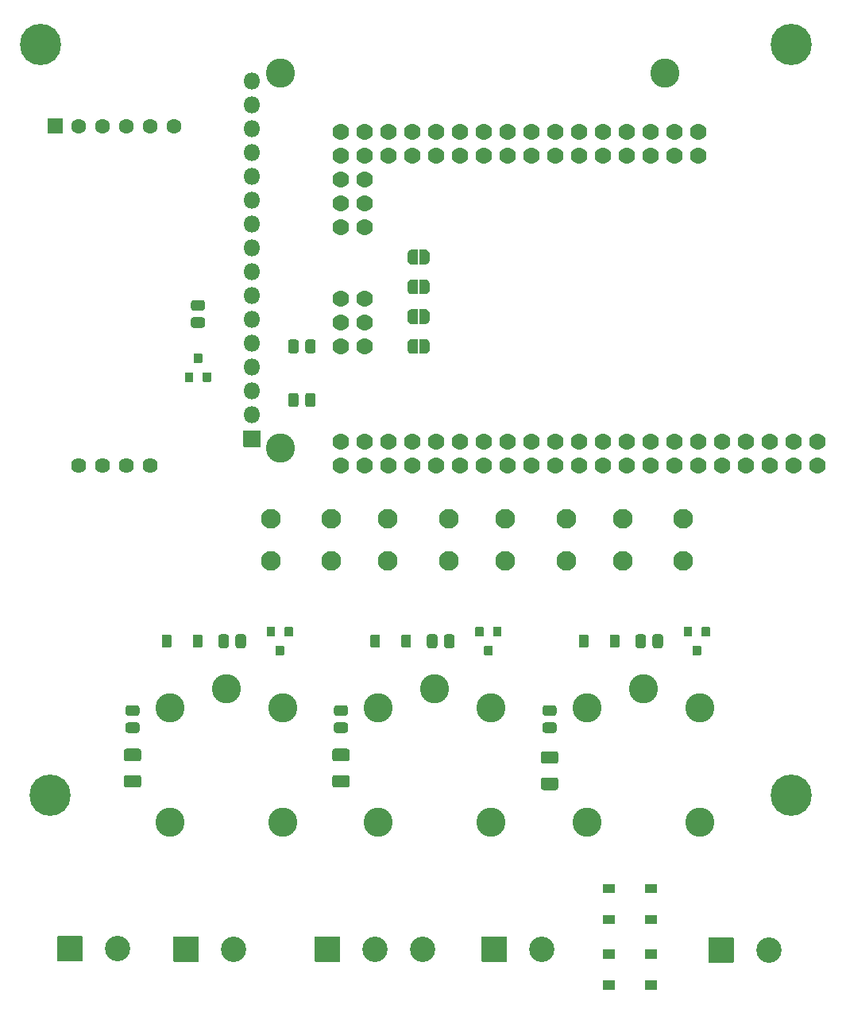
<source format=gbr>
%TF.GenerationSoftware,KiCad,Pcbnew,5.1.10*%
%TF.CreationDate,2022-03-18T21:46:21+01:00*%
%TF.ProjectId,ChickenDoor_V1,43686963-6b65-46e4-946f-6f725f56312e,V1*%
%TF.SameCoordinates,Original*%
%TF.FileFunction,Soldermask,Top*%
%TF.FilePolarity,Negative*%
%FSLAX46Y46*%
G04 Gerber Fmt 4.6, Leading zero omitted, Abs format (unit mm)*
G04 Created by KiCad (PCBNEW 5.1.10) date 2022-03-18 21:46:21*
%MOMM*%
%LPD*%
G01*
G04 APERTURE LIST*
%ADD10C,0.100000*%
%ADD11C,3.100000*%
%ADD12O,1.800000X1.800000*%
%ADD13C,2.700000*%
%ADD14C,1.776400*%
%ADD15C,1.624000*%
%ADD16C,1.608000*%
%ADD17C,4.400000*%
%ADD18C,2.100000*%
G04 APERTURE END LIST*
D10*
%TO.C,JP4*%
G36*
X95390245Y-97954039D02*
G01*
X95380866Y-97951194D01*
X95372221Y-97946573D01*
X95364645Y-97940355D01*
X95358427Y-97932779D01*
X95353806Y-97924134D01*
X95350961Y-97914755D01*
X95350000Y-97905000D01*
X95350000Y-96405000D01*
X95350961Y-96395245D01*
X95353806Y-96385866D01*
X95358427Y-96377221D01*
X95364645Y-96369645D01*
X95372221Y-96363427D01*
X95380866Y-96358806D01*
X95390245Y-96355961D01*
X95400000Y-96355000D01*
X95900000Y-96355000D01*
X95906111Y-96355602D01*
X95924534Y-96355602D01*
X95929435Y-96355843D01*
X95978266Y-96360653D01*
X95983119Y-96361373D01*
X96031244Y-96370945D01*
X96036005Y-96372137D01*
X96082960Y-96386381D01*
X96087579Y-96388034D01*
X96132912Y-96406811D01*
X96137349Y-96408909D01*
X96180622Y-96432040D01*
X96184829Y-96434562D01*
X96225628Y-96461822D01*
X96229570Y-96464746D01*
X96267499Y-96495874D01*
X96271134Y-96499169D01*
X96305831Y-96533866D01*
X96309126Y-96537501D01*
X96340254Y-96575430D01*
X96343178Y-96579372D01*
X96370438Y-96620171D01*
X96372960Y-96624378D01*
X96396091Y-96667651D01*
X96398189Y-96672088D01*
X96416966Y-96717421D01*
X96418619Y-96722040D01*
X96432863Y-96768995D01*
X96434055Y-96773756D01*
X96443627Y-96821881D01*
X96444347Y-96826734D01*
X96449157Y-96875565D01*
X96449398Y-96880466D01*
X96449398Y-96898889D01*
X96450000Y-96905000D01*
X96450000Y-97405000D01*
X96449398Y-97411111D01*
X96449398Y-97429534D01*
X96449157Y-97434435D01*
X96444347Y-97483266D01*
X96443627Y-97488119D01*
X96434055Y-97536244D01*
X96432863Y-97541005D01*
X96418619Y-97587960D01*
X96416966Y-97592579D01*
X96398189Y-97637912D01*
X96396091Y-97642349D01*
X96372960Y-97685622D01*
X96370438Y-97689829D01*
X96343178Y-97730628D01*
X96340254Y-97734570D01*
X96309126Y-97772499D01*
X96305831Y-97776134D01*
X96271134Y-97810831D01*
X96267499Y-97814126D01*
X96229570Y-97845254D01*
X96225628Y-97848178D01*
X96184829Y-97875438D01*
X96180622Y-97877960D01*
X96137349Y-97901091D01*
X96132912Y-97903189D01*
X96087579Y-97921966D01*
X96082960Y-97923619D01*
X96036005Y-97937863D01*
X96031244Y-97939055D01*
X95983119Y-97948627D01*
X95978266Y-97949347D01*
X95929435Y-97954157D01*
X95924534Y-97954398D01*
X95906111Y-97954398D01*
X95900000Y-97955000D01*
X95400000Y-97955000D01*
X95390245Y-97954039D01*
G37*
G36*
X94593889Y-97954398D02*
G01*
X94575466Y-97954398D01*
X94570565Y-97954157D01*
X94521734Y-97949347D01*
X94516881Y-97948627D01*
X94468756Y-97939055D01*
X94463995Y-97937863D01*
X94417040Y-97923619D01*
X94412421Y-97921966D01*
X94367088Y-97903189D01*
X94362651Y-97901091D01*
X94319378Y-97877960D01*
X94315171Y-97875438D01*
X94274372Y-97848178D01*
X94270430Y-97845254D01*
X94232501Y-97814126D01*
X94228866Y-97810831D01*
X94194169Y-97776134D01*
X94190874Y-97772499D01*
X94159746Y-97734570D01*
X94156822Y-97730628D01*
X94129562Y-97689829D01*
X94127040Y-97685622D01*
X94103909Y-97642349D01*
X94101811Y-97637912D01*
X94083034Y-97592579D01*
X94081381Y-97587960D01*
X94067137Y-97541005D01*
X94065945Y-97536244D01*
X94056373Y-97488119D01*
X94055653Y-97483266D01*
X94050843Y-97434435D01*
X94050602Y-97429534D01*
X94050602Y-97411111D01*
X94050000Y-97405000D01*
X94050000Y-96905000D01*
X94050602Y-96898889D01*
X94050602Y-96880466D01*
X94050843Y-96875565D01*
X94055653Y-96826734D01*
X94056373Y-96821881D01*
X94065945Y-96773756D01*
X94067137Y-96768995D01*
X94081381Y-96722040D01*
X94083034Y-96717421D01*
X94101811Y-96672088D01*
X94103909Y-96667651D01*
X94127040Y-96624378D01*
X94129562Y-96620171D01*
X94156822Y-96579372D01*
X94159746Y-96575430D01*
X94190874Y-96537501D01*
X94194169Y-96533866D01*
X94228866Y-96499169D01*
X94232501Y-96495874D01*
X94270430Y-96464746D01*
X94274372Y-96461822D01*
X94315171Y-96434562D01*
X94319378Y-96432040D01*
X94362651Y-96408909D01*
X94367088Y-96406811D01*
X94412421Y-96388034D01*
X94417040Y-96386381D01*
X94463995Y-96372137D01*
X94468756Y-96370945D01*
X94516881Y-96361373D01*
X94521734Y-96360653D01*
X94570565Y-96355843D01*
X94575466Y-96355602D01*
X94593889Y-96355602D01*
X94600000Y-96355000D01*
X95100000Y-96355000D01*
X95109755Y-96355961D01*
X95119134Y-96358806D01*
X95127779Y-96363427D01*
X95135355Y-96369645D01*
X95141573Y-96377221D01*
X95146194Y-96385866D01*
X95149039Y-96395245D01*
X95150000Y-96405000D01*
X95150000Y-97905000D01*
X95149039Y-97914755D01*
X95146194Y-97924134D01*
X95141573Y-97932779D01*
X95135355Y-97940355D01*
X95127779Y-97946573D01*
X95119134Y-97951194D01*
X95109755Y-97954039D01*
X95100000Y-97955000D01*
X94600000Y-97955000D01*
X94593889Y-97954398D01*
G37*
%TD*%
%TO.C,JP3*%
G36*
X95109755Y-93180961D02*
G01*
X95119134Y-93183806D01*
X95127779Y-93188427D01*
X95135355Y-93194645D01*
X95141573Y-93202221D01*
X95146194Y-93210866D01*
X95149039Y-93220245D01*
X95150000Y-93230000D01*
X95150000Y-94730000D01*
X95149039Y-94739755D01*
X95146194Y-94749134D01*
X95141573Y-94757779D01*
X95135355Y-94765355D01*
X95127779Y-94771573D01*
X95119134Y-94776194D01*
X95109755Y-94779039D01*
X95100000Y-94780000D01*
X94600000Y-94780000D01*
X94593889Y-94779398D01*
X94575466Y-94779398D01*
X94570565Y-94779157D01*
X94521734Y-94774347D01*
X94516881Y-94773627D01*
X94468756Y-94764055D01*
X94463995Y-94762863D01*
X94417040Y-94748619D01*
X94412421Y-94746966D01*
X94367088Y-94728189D01*
X94362651Y-94726091D01*
X94319378Y-94702960D01*
X94315171Y-94700438D01*
X94274372Y-94673178D01*
X94270430Y-94670254D01*
X94232501Y-94639126D01*
X94228866Y-94635831D01*
X94194169Y-94601134D01*
X94190874Y-94597499D01*
X94159746Y-94559570D01*
X94156822Y-94555628D01*
X94129562Y-94514829D01*
X94127040Y-94510622D01*
X94103909Y-94467349D01*
X94101811Y-94462912D01*
X94083034Y-94417579D01*
X94081381Y-94412960D01*
X94067137Y-94366005D01*
X94065945Y-94361244D01*
X94056373Y-94313119D01*
X94055653Y-94308266D01*
X94050843Y-94259435D01*
X94050602Y-94254534D01*
X94050602Y-94236111D01*
X94050000Y-94230000D01*
X94050000Y-93730000D01*
X94050602Y-93723889D01*
X94050602Y-93705466D01*
X94050843Y-93700565D01*
X94055653Y-93651734D01*
X94056373Y-93646881D01*
X94065945Y-93598756D01*
X94067137Y-93593995D01*
X94081381Y-93547040D01*
X94083034Y-93542421D01*
X94101811Y-93497088D01*
X94103909Y-93492651D01*
X94127040Y-93449378D01*
X94129562Y-93445171D01*
X94156822Y-93404372D01*
X94159746Y-93400430D01*
X94190874Y-93362501D01*
X94194169Y-93358866D01*
X94228866Y-93324169D01*
X94232501Y-93320874D01*
X94270430Y-93289746D01*
X94274372Y-93286822D01*
X94315171Y-93259562D01*
X94319378Y-93257040D01*
X94362651Y-93233909D01*
X94367088Y-93231811D01*
X94412421Y-93213034D01*
X94417040Y-93211381D01*
X94463995Y-93197137D01*
X94468756Y-93195945D01*
X94516881Y-93186373D01*
X94521734Y-93185653D01*
X94570565Y-93180843D01*
X94575466Y-93180602D01*
X94593889Y-93180602D01*
X94600000Y-93180000D01*
X95100000Y-93180000D01*
X95109755Y-93180961D01*
G37*
G36*
X95906111Y-93180602D02*
G01*
X95924534Y-93180602D01*
X95929435Y-93180843D01*
X95978266Y-93185653D01*
X95983119Y-93186373D01*
X96031244Y-93195945D01*
X96036005Y-93197137D01*
X96082960Y-93211381D01*
X96087579Y-93213034D01*
X96132912Y-93231811D01*
X96137349Y-93233909D01*
X96180622Y-93257040D01*
X96184829Y-93259562D01*
X96225628Y-93286822D01*
X96229570Y-93289746D01*
X96267499Y-93320874D01*
X96271134Y-93324169D01*
X96305831Y-93358866D01*
X96309126Y-93362501D01*
X96340254Y-93400430D01*
X96343178Y-93404372D01*
X96370438Y-93445171D01*
X96372960Y-93449378D01*
X96396091Y-93492651D01*
X96398189Y-93497088D01*
X96416966Y-93542421D01*
X96418619Y-93547040D01*
X96432863Y-93593995D01*
X96434055Y-93598756D01*
X96443627Y-93646881D01*
X96444347Y-93651734D01*
X96449157Y-93700565D01*
X96449398Y-93705466D01*
X96449398Y-93723889D01*
X96450000Y-93730000D01*
X96450000Y-94230000D01*
X96449398Y-94236111D01*
X96449398Y-94254534D01*
X96449157Y-94259435D01*
X96444347Y-94308266D01*
X96443627Y-94313119D01*
X96434055Y-94361244D01*
X96432863Y-94366005D01*
X96418619Y-94412960D01*
X96416966Y-94417579D01*
X96398189Y-94462912D01*
X96396091Y-94467349D01*
X96372960Y-94510622D01*
X96370438Y-94514829D01*
X96343178Y-94555628D01*
X96340254Y-94559570D01*
X96309126Y-94597499D01*
X96305831Y-94601134D01*
X96271134Y-94635831D01*
X96267499Y-94639126D01*
X96229570Y-94670254D01*
X96225628Y-94673178D01*
X96184829Y-94700438D01*
X96180622Y-94702960D01*
X96137349Y-94726091D01*
X96132912Y-94728189D01*
X96087579Y-94746966D01*
X96082960Y-94748619D01*
X96036005Y-94762863D01*
X96031244Y-94764055D01*
X95983119Y-94773627D01*
X95978266Y-94774347D01*
X95929435Y-94779157D01*
X95924534Y-94779398D01*
X95906111Y-94779398D01*
X95900000Y-94780000D01*
X95400000Y-94780000D01*
X95390245Y-94779039D01*
X95380866Y-94776194D01*
X95372221Y-94771573D01*
X95364645Y-94765355D01*
X95358427Y-94757779D01*
X95353806Y-94749134D01*
X95350961Y-94739755D01*
X95350000Y-94730000D01*
X95350000Y-93230000D01*
X95350961Y-93220245D01*
X95353806Y-93210866D01*
X95358427Y-93202221D01*
X95364645Y-93194645D01*
X95372221Y-93188427D01*
X95380866Y-93183806D01*
X95390245Y-93180961D01*
X95400000Y-93180000D01*
X95900000Y-93180000D01*
X95906111Y-93180602D01*
G37*
%TD*%
%TO.C,JP2*%
G36*
X95124755Y-90005961D02*
G01*
X95134134Y-90008806D01*
X95142779Y-90013427D01*
X95150355Y-90019645D01*
X95156573Y-90027221D01*
X95161194Y-90035866D01*
X95164039Y-90045245D01*
X95165000Y-90055000D01*
X95165000Y-91555000D01*
X95164039Y-91564755D01*
X95161194Y-91574134D01*
X95156573Y-91582779D01*
X95150355Y-91590355D01*
X95142779Y-91596573D01*
X95134134Y-91601194D01*
X95124755Y-91604039D01*
X95115000Y-91605000D01*
X94615000Y-91605000D01*
X94608889Y-91604398D01*
X94590466Y-91604398D01*
X94585565Y-91604157D01*
X94536734Y-91599347D01*
X94531881Y-91598627D01*
X94483756Y-91589055D01*
X94478995Y-91587863D01*
X94432040Y-91573619D01*
X94427421Y-91571966D01*
X94382088Y-91553189D01*
X94377651Y-91551091D01*
X94334378Y-91527960D01*
X94330171Y-91525438D01*
X94289372Y-91498178D01*
X94285430Y-91495254D01*
X94247501Y-91464126D01*
X94243866Y-91460831D01*
X94209169Y-91426134D01*
X94205874Y-91422499D01*
X94174746Y-91384570D01*
X94171822Y-91380628D01*
X94144562Y-91339829D01*
X94142040Y-91335622D01*
X94118909Y-91292349D01*
X94116811Y-91287912D01*
X94098034Y-91242579D01*
X94096381Y-91237960D01*
X94082137Y-91191005D01*
X94080945Y-91186244D01*
X94071373Y-91138119D01*
X94070653Y-91133266D01*
X94065843Y-91084435D01*
X94065602Y-91079534D01*
X94065602Y-91061111D01*
X94065000Y-91055000D01*
X94065000Y-90555000D01*
X94065602Y-90548889D01*
X94065602Y-90530466D01*
X94065843Y-90525565D01*
X94070653Y-90476734D01*
X94071373Y-90471881D01*
X94080945Y-90423756D01*
X94082137Y-90418995D01*
X94096381Y-90372040D01*
X94098034Y-90367421D01*
X94116811Y-90322088D01*
X94118909Y-90317651D01*
X94142040Y-90274378D01*
X94144562Y-90270171D01*
X94171822Y-90229372D01*
X94174746Y-90225430D01*
X94205874Y-90187501D01*
X94209169Y-90183866D01*
X94243866Y-90149169D01*
X94247501Y-90145874D01*
X94285430Y-90114746D01*
X94289372Y-90111822D01*
X94330171Y-90084562D01*
X94334378Y-90082040D01*
X94377651Y-90058909D01*
X94382088Y-90056811D01*
X94427421Y-90038034D01*
X94432040Y-90036381D01*
X94478995Y-90022137D01*
X94483756Y-90020945D01*
X94531881Y-90011373D01*
X94536734Y-90010653D01*
X94585565Y-90005843D01*
X94590466Y-90005602D01*
X94608889Y-90005602D01*
X94615000Y-90005000D01*
X95115000Y-90005000D01*
X95124755Y-90005961D01*
G37*
G36*
X95921111Y-90005602D02*
G01*
X95939534Y-90005602D01*
X95944435Y-90005843D01*
X95993266Y-90010653D01*
X95998119Y-90011373D01*
X96046244Y-90020945D01*
X96051005Y-90022137D01*
X96097960Y-90036381D01*
X96102579Y-90038034D01*
X96147912Y-90056811D01*
X96152349Y-90058909D01*
X96195622Y-90082040D01*
X96199829Y-90084562D01*
X96240628Y-90111822D01*
X96244570Y-90114746D01*
X96282499Y-90145874D01*
X96286134Y-90149169D01*
X96320831Y-90183866D01*
X96324126Y-90187501D01*
X96355254Y-90225430D01*
X96358178Y-90229372D01*
X96385438Y-90270171D01*
X96387960Y-90274378D01*
X96411091Y-90317651D01*
X96413189Y-90322088D01*
X96431966Y-90367421D01*
X96433619Y-90372040D01*
X96447863Y-90418995D01*
X96449055Y-90423756D01*
X96458627Y-90471881D01*
X96459347Y-90476734D01*
X96464157Y-90525565D01*
X96464398Y-90530466D01*
X96464398Y-90548889D01*
X96465000Y-90555000D01*
X96465000Y-91055000D01*
X96464398Y-91061111D01*
X96464398Y-91079534D01*
X96464157Y-91084435D01*
X96459347Y-91133266D01*
X96458627Y-91138119D01*
X96449055Y-91186244D01*
X96447863Y-91191005D01*
X96433619Y-91237960D01*
X96431966Y-91242579D01*
X96413189Y-91287912D01*
X96411091Y-91292349D01*
X96387960Y-91335622D01*
X96385438Y-91339829D01*
X96358178Y-91380628D01*
X96355254Y-91384570D01*
X96324126Y-91422499D01*
X96320831Y-91426134D01*
X96286134Y-91460831D01*
X96282499Y-91464126D01*
X96244570Y-91495254D01*
X96240628Y-91498178D01*
X96199829Y-91525438D01*
X96195622Y-91527960D01*
X96152349Y-91551091D01*
X96147912Y-91553189D01*
X96102579Y-91571966D01*
X96097960Y-91573619D01*
X96051005Y-91587863D01*
X96046244Y-91589055D01*
X95998119Y-91598627D01*
X95993266Y-91599347D01*
X95944435Y-91604157D01*
X95939534Y-91604398D01*
X95921111Y-91604398D01*
X95915000Y-91605000D01*
X95415000Y-91605000D01*
X95405245Y-91604039D01*
X95395866Y-91601194D01*
X95387221Y-91596573D01*
X95379645Y-91590355D01*
X95373427Y-91582779D01*
X95368806Y-91574134D01*
X95365961Y-91564755D01*
X95365000Y-91555000D01*
X95365000Y-90055000D01*
X95365961Y-90045245D01*
X95368806Y-90035866D01*
X95373427Y-90027221D01*
X95379645Y-90019645D01*
X95387221Y-90013427D01*
X95395866Y-90008806D01*
X95405245Y-90005961D01*
X95415000Y-90005000D01*
X95915000Y-90005000D01*
X95921111Y-90005602D01*
G37*
%TD*%
%TO.C,JP1*%
G36*
X95124755Y-86830961D02*
G01*
X95134134Y-86833806D01*
X95142779Y-86838427D01*
X95150355Y-86844645D01*
X95156573Y-86852221D01*
X95161194Y-86860866D01*
X95164039Y-86870245D01*
X95165000Y-86880000D01*
X95165000Y-88380000D01*
X95164039Y-88389755D01*
X95161194Y-88399134D01*
X95156573Y-88407779D01*
X95150355Y-88415355D01*
X95142779Y-88421573D01*
X95134134Y-88426194D01*
X95124755Y-88429039D01*
X95115000Y-88430000D01*
X94615000Y-88430000D01*
X94608889Y-88429398D01*
X94590466Y-88429398D01*
X94585565Y-88429157D01*
X94536734Y-88424347D01*
X94531881Y-88423627D01*
X94483756Y-88414055D01*
X94478995Y-88412863D01*
X94432040Y-88398619D01*
X94427421Y-88396966D01*
X94382088Y-88378189D01*
X94377651Y-88376091D01*
X94334378Y-88352960D01*
X94330171Y-88350438D01*
X94289372Y-88323178D01*
X94285430Y-88320254D01*
X94247501Y-88289126D01*
X94243866Y-88285831D01*
X94209169Y-88251134D01*
X94205874Y-88247499D01*
X94174746Y-88209570D01*
X94171822Y-88205628D01*
X94144562Y-88164829D01*
X94142040Y-88160622D01*
X94118909Y-88117349D01*
X94116811Y-88112912D01*
X94098034Y-88067579D01*
X94096381Y-88062960D01*
X94082137Y-88016005D01*
X94080945Y-88011244D01*
X94071373Y-87963119D01*
X94070653Y-87958266D01*
X94065843Y-87909435D01*
X94065602Y-87904534D01*
X94065602Y-87886111D01*
X94065000Y-87880000D01*
X94065000Y-87380000D01*
X94065602Y-87373889D01*
X94065602Y-87355466D01*
X94065843Y-87350565D01*
X94070653Y-87301734D01*
X94071373Y-87296881D01*
X94080945Y-87248756D01*
X94082137Y-87243995D01*
X94096381Y-87197040D01*
X94098034Y-87192421D01*
X94116811Y-87147088D01*
X94118909Y-87142651D01*
X94142040Y-87099378D01*
X94144562Y-87095171D01*
X94171822Y-87054372D01*
X94174746Y-87050430D01*
X94205874Y-87012501D01*
X94209169Y-87008866D01*
X94243866Y-86974169D01*
X94247501Y-86970874D01*
X94285430Y-86939746D01*
X94289372Y-86936822D01*
X94330171Y-86909562D01*
X94334378Y-86907040D01*
X94377651Y-86883909D01*
X94382088Y-86881811D01*
X94427421Y-86863034D01*
X94432040Y-86861381D01*
X94478995Y-86847137D01*
X94483756Y-86845945D01*
X94531881Y-86836373D01*
X94536734Y-86835653D01*
X94585565Y-86830843D01*
X94590466Y-86830602D01*
X94608889Y-86830602D01*
X94615000Y-86830000D01*
X95115000Y-86830000D01*
X95124755Y-86830961D01*
G37*
G36*
X95921111Y-86830602D02*
G01*
X95939534Y-86830602D01*
X95944435Y-86830843D01*
X95993266Y-86835653D01*
X95998119Y-86836373D01*
X96046244Y-86845945D01*
X96051005Y-86847137D01*
X96097960Y-86861381D01*
X96102579Y-86863034D01*
X96147912Y-86881811D01*
X96152349Y-86883909D01*
X96195622Y-86907040D01*
X96199829Y-86909562D01*
X96240628Y-86936822D01*
X96244570Y-86939746D01*
X96282499Y-86970874D01*
X96286134Y-86974169D01*
X96320831Y-87008866D01*
X96324126Y-87012501D01*
X96355254Y-87050430D01*
X96358178Y-87054372D01*
X96385438Y-87095171D01*
X96387960Y-87099378D01*
X96411091Y-87142651D01*
X96413189Y-87147088D01*
X96431966Y-87192421D01*
X96433619Y-87197040D01*
X96447863Y-87243995D01*
X96449055Y-87248756D01*
X96458627Y-87296881D01*
X96459347Y-87301734D01*
X96464157Y-87350565D01*
X96464398Y-87355466D01*
X96464398Y-87373889D01*
X96465000Y-87380000D01*
X96465000Y-87880000D01*
X96464398Y-87886111D01*
X96464398Y-87904534D01*
X96464157Y-87909435D01*
X96459347Y-87958266D01*
X96458627Y-87963119D01*
X96449055Y-88011244D01*
X96447863Y-88016005D01*
X96433619Y-88062960D01*
X96431966Y-88067579D01*
X96413189Y-88112912D01*
X96411091Y-88117349D01*
X96387960Y-88160622D01*
X96385438Y-88164829D01*
X96358178Y-88205628D01*
X96355254Y-88209570D01*
X96324126Y-88247499D01*
X96320831Y-88251134D01*
X96286134Y-88285831D01*
X96282499Y-88289126D01*
X96244570Y-88320254D01*
X96240628Y-88323178D01*
X96199829Y-88350438D01*
X96195622Y-88352960D01*
X96152349Y-88376091D01*
X96147912Y-88378189D01*
X96102579Y-88396966D01*
X96097960Y-88398619D01*
X96051005Y-88412863D01*
X96046244Y-88414055D01*
X95998119Y-88423627D01*
X95993266Y-88424347D01*
X95944435Y-88429157D01*
X95939534Y-88429398D01*
X95921111Y-88429398D01*
X95915000Y-88430000D01*
X95415000Y-88430000D01*
X95405245Y-88429039D01*
X95395866Y-88426194D01*
X95387221Y-88421573D01*
X95379645Y-88415355D01*
X95373427Y-88407779D01*
X95368806Y-88399134D01*
X95365961Y-88389755D01*
X95365000Y-88380000D01*
X95365000Y-86880000D01*
X95365961Y-86870245D01*
X95368806Y-86860866D01*
X95373427Y-86852221D01*
X95379645Y-86844645D01*
X95387221Y-86838427D01*
X95395866Y-86833806D01*
X95405245Y-86830961D01*
X95415000Y-86830000D01*
X95915000Y-86830000D01*
X95921111Y-86830602D01*
G37*
%TD*%
D11*
%TO.C,J6*%
X121500000Y-68000000D03*
X80500000Y-68000000D03*
X80500000Y-108000000D03*
D12*
X77500000Y-68900000D03*
X77500000Y-71440000D03*
X77500000Y-73980000D03*
X77500000Y-76520000D03*
X77500000Y-79060000D03*
X77500000Y-81600000D03*
X77500000Y-84140000D03*
X77500000Y-86680000D03*
X77500000Y-89220000D03*
X77500000Y-91760000D03*
X77500000Y-94300000D03*
X77500000Y-96840000D03*
X77500000Y-99380000D03*
X77500000Y-101920000D03*
X77500000Y-104460000D03*
G36*
G01*
X78400000Y-106150000D02*
X78400000Y-107850000D01*
G75*
G02*
X78350000Y-107900000I-50000J0D01*
G01*
X76650000Y-107900000D01*
G75*
G02*
X76600000Y-107850000I0J50000D01*
G01*
X76600000Y-106150000D01*
G75*
G02*
X76650000Y-106100000I50000J0D01*
G01*
X78350000Y-106100000D01*
G75*
G02*
X78400000Y-106150000I0J-50000D01*
G01*
G37*
%TD*%
D13*
%TO.C,J7*%
X132580000Y-161500000D03*
G36*
G01*
X126150000Y-162800000D02*
X126150000Y-160200000D01*
G75*
G02*
X126200000Y-160150000I50000J0D01*
G01*
X128800000Y-160150000D01*
G75*
G02*
X128850000Y-160200000I0J-50000D01*
G01*
X128850000Y-162800000D01*
G75*
G02*
X128800000Y-162850000I-50000J0D01*
G01*
X126200000Y-162850000D01*
G75*
G02*
X126150000Y-162800000I0J50000D01*
G01*
G37*
%TD*%
%TO.C,J4*%
X75565000Y-161410000D03*
G36*
G01*
X69135000Y-162710000D02*
X69135000Y-160110000D01*
G75*
G02*
X69185000Y-160060000I50000J0D01*
G01*
X71785000Y-160060000D01*
G75*
G02*
X71835000Y-160110000I0J-50000D01*
G01*
X71835000Y-162710000D01*
G75*
G02*
X71785000Y-162760000I-50000J0D01*
G01*
X69185000Y-162760000D01*
G75*
G02*
X69135000Y-162710000I0J50000D01*
G01*
G37*
%TD*%
%TO.C,J3*%
X63180000Y-161360000D03*
G36*
G01*
X56750000Y-162660000D02*
X56750000Y-160060000D01*
G75*
G02*
X56800000Y-160010000I50000J0D01*
G01*
X59400000Y-160010000D01*
G75*
G02*
X59450000Y-160060000I0J-50000D01*
G01*
X59450000Y-162660000D01*
G75*
G02*
X59400000Y-162710000I-50000J0D01*
G01*
X56800000Y-162710000D01*
G75*
G02*
X56750000Y-162660000I0J50000D01*
G01*
G37*
%TD*%
%TO.C,J2*%
X108420000Y-161410000D03*
G36*
G01*
X101990000Y-162710000D02*
X101990000Y-160110000D01*
G75*
G02*
X102040000Y-160060000I50000J0D01*
G01*
X104640000Y-160060000D01*
G75*
G02*
X104690000Y-160110000I0J-50000D01*
G01*
X104690000Y-162710000D01*
G75*
G02*
X104640000Y-162760000I-50000J0D01*
G01*
X102040000Y-162760000D01*
G75*
G02*
X101990000Y-162710000I0J50000D01*
G01*
G37*
%TD*%
%TO.C,J1*%
X95720000Y-161410000D03*
X90640000Y-161410000D03*
G36*
G01*
X84210000Y-162710000D02*
X84210000Y-160110000D01*
G75*
G02*
X84260000Y-160060000I50000J0D01*
G01*
X86860000Y-160060000D01*
G75*
G02*
X86910000Y-160110000I0J-50000D01*
G01*
X86910000Y-162710000D01*
G75*
G02*
X86860000Y-162760000I-50000J0D01*
G01*
X84260000Y-162760000D01*
G75*
G02*
X84210000Y-162710000I0J50000D01*
G01*
G37*
%TD*%
D14*
%TO.C,U1*%
X86995000Y-94615000D03*
X86995000Y-92075000D03*
X89535000Y-92075000D03*
X89535000Y-94615000D03*
X86995000Y-97155000D03*
X89535000Y-97155000D03*
X89535000Y-84455000D03*
X86995000Y-84455000D03*
X86995000Y-81915000D03*
X89535000Y-81915000D03*
X89535000Y-79375000D03*
X86995000Y-79375000D03*
X86995000Y-76835000D03*
X86995000Y-74295000D03*
X89535000Y-76835000D03*
X89535000Y-74295000D03*
X92075000Y-76835000D03*
X92075000Y-74295000D03*
X94615000Y-76835000D03*
X94615000Y-74295000D03*
X97155000Y-76835000D03*
X97155000Y-74295000D03*
X99695000Y-76835000D03*
X99695000Y-74295000D03*
X102235000Y-76835000D03*
X102235000Y-74295000D03*
X104775000Y-76835000D03*
X104775000Y-74295000D03*
X107315000Y-76835000D03*
X107315000Y-74295000D03*
X109855000Y-76835000D03*
X109855000Y-74295000D03*
X112395000Y-76835000D03*
X112395000Y-74295000D03*
X114935000Y-76835000D03*
X114935000Y-74295000D03*
X117475000Y-76835000D03*
X117475000Y-74295000D03*
X120015000Y-74295000D03*
X120015000Y-76835000D03*
X122555000Y-76835000D03*
X122555000Y-74295000D03*
X125095000Y-74295000D03*
X125095000Y-76835000D03*
X97155000Y-107315000D03*
X94615000Y-107315000D03*
X92075000Y-107315000D03*
X89535000Y-107315000D03*
X86995000Y-107315000D03*
X86995000Y-109855000D03*
X89535000Y-109855000D03*
X92075000Y-109855000D03*
X94615000Y-109855000D03*
X97155000Y-109855000D03*
X99695000Y-107315000D03*
X102235000Y-107315000D03*
X104775000Y-107315000D03*
X107315000Y-107315000D03*
X109855000Y-107315000D03*
X112395000Y-107315000D03*
X114935000Y-107315000D03*
X117475000Y-107315000D03*
X120015000Y-107315000D03*
X122555000Y-107315000D03*
X99695000Y-109855000D03*
X102235000Y-109855000D03*
X104775000Y-109855000D03*
X107315000Y-109855000D03*
X109855000Y-109855000D03*
X112395000Y-109855000D03*
X114935000Y-109855000D03*
X117475000Y-109855000D03*
X120015000Y-109855000D03*
X122555000Y-109855000D03*
X125095000Y-109855000D03*
X125095000Y-107315000D03*
X127635000Y-107315000D03*
X127635000Y-109855000D03*
X130175000Y-109855000D03*
X130175000Y-107315000D03*
X132715000Y-107315000D03*
X132715000Y-109855000D03*
X135255000Y-109855000D03*
X135255000Y-107315000D03*
X137795000Y-109855000D03*
X137795000Y-107315000D03*
%TD*%
D15*
%TO.C,U2*%
X66675000Y-109855000D03*
X64135000Y-109855000D03*
X61595000Y-109855000D03*
X59055000Y-109855000D03*
D16*
X69215000Y-73660000D03*
X66675000Y-73660000D03*
X64135000Y-73660000D03*
X61595000Y-73660000D03*
X59055000Y-73660000D03*
G36*
G01*
X55761000Y-72856000D02*
X57269000Y-72856000D01*
G75*
G02*
X57319000Y-72906000I0J-50000D01*
G01*
X57319000Y-74414000D01*
G75*
G02*
X57269000Y-74464000I-50000J0D01*
G01*
X55761000Y-74464000D01*
G75*
G02*
X55711000Y-74414000I0J50000D01*
G01*
X55711000Y-72906000D01*
G75*
G02*
X55761000Y-72856000I50000J0D01*
G01*
G37*
%TD*%
%TO.C,R7*%
G36*
G01*
X83177500Y-103345612D02*
X83177500Y-102394388D01*
G75*
G02*
X83451888Y-102120000I274388J0D01*
G01*
X84028112Y-102120000D01*
G75*
G02*
X84302500Y-102394388I0J-274388D01*
G01*
X84302500Y-103345612D01*
G75*
G02*
X84028112Y-103620000I-274388J0D01*
G01*
X83451888Y-103620000D01*
G75*
G02*
X83177500Y-103345612I0J274388D01*
G01*
G37*
G36*
G01*
X81352500Y-103345612D02*
X81352500Y-102394388D01*
G75*
G02*
X81626888Y-102120000I274388J0D01*
G01*
X82203112Y-102120000D01*
G75*
G02*
X82477500Y-102394388I0J-274388D01*
G01*
X82477500Y-103345612D01*
G75*
G02*
X82203112Y-103620000I-274388J0D01*
G01*
X81626888Y-103620000D01*
G75*
G02*
X81352500Y-103345612I0J274388D01*
G01*
G37*
%TD*%
%TO.C,Q4*%
G36*
G01*
X72155000Y-98925000D02*
X71355000Y-98925000D01*
G75*
G02*
X71305000Y-98875000I0J50000D01*
G01*
X71305000Y-97975000D01*
G75*
G02*
X71355000Y-97925000I50000J0D01*
G01*
X72155000Y-97925000D01*
G75*
G02*
X72205000Y-97975000I0J-50000D01*
G01*
X72205000Y-98875000D01*
G75*
G02*
X72155000Y-98925000I-50000J0D01*
G01*
G37*
G36*
G01*
X73105000Y-100925000D02*
X72305000Y-100925000D01*
G75*
G02*
X72255000Y-100875000I0J50000D01*
G01*
X72255000Y-99975000D01*
G75*
G02*
X72305000Y-99925000I50000J0D01*
G01*
X73105000Y-99925000D01*
G75*
G02*
X73155000Y-99975000I0J-50000D01*
G01*
X73155000Y-100875000D01*
G75*
G02*
X73105000Y-100925000I-50000J0D01*
G01*
G37*
G36*
G01*
X71205000Y-100925000D02*
X70405000Y-100925000D01*
G75*
G02*
X70355000Y-100875000I0J50000D01*
G01*
X70355000Y-99975000D01*
G75*
G02*
X70405000Y-99925000I50000J0D01*
G01*
X71205000Y-99925000D01*
G75*
G02*
X71255000Y-99975000I0J-50000D01*
G01*
X71255000Y-100875000D01*
G75*
G02*
X71205000Y-100925000I-50000J0D01*
G01*
G37*
%TD*%
%TO.C,D4*%
G36*
G01*
X108565000Y-143095000D02*
X109875000Y-143095000D01*
G75*
G02*
X110145000Y-143365000I0J-270000D01*
G01*
X110145000Y-144175000D01*
G75*
G02*
X109875000Y-144445000I-270000J0D01*
G01*
X108565000Y-144445000D01*
G75*
G02*
X108295000Y-144175000I0J270000D01*
G01*
X108295000Y-143365000D01*
G75*
G02*
X108565000Y-143095000I270000J0D01*
G01*
G37*
G36*
G01*
X108565000Y-140295000D02*
X109875000Y-140295000D01*
G75*
G02*
X110145000Y-140565000I0J-270000D01*
G01*
X110145000Y-141375000D01*
G75*
G02*
X109875000Y-141645000I-270000J0D01*
G01*
X108565000Y-141645000D01*
G75*
G02*
X108295000Y-141375000I0J270000D01*
G01*
X108295000Y-140565000D01*
G75*
G02*
X108565000Y-140295000I270000J0D01*
G01*
G37*
%TD*%
%TO.C,D3*%
G36*
G01*
X86340000Y-142835000D02*
X87650000Y-142835000D01*
G75*
G02*
X87920000Y-143105000I0J-270000D01*
G01*
X87920000Y-143915000D01*
G75*
G02*
X87650000Y-144185000I-270000J0D01*
G01*
X86340000Y-144185000D01*
G75*
G02*
X86070000Y-143915000I0J270000D01*
G01*
X86070000Y-143105000D01*
G75*
G02*
X86340000Y-142835000I270000J0D01*
G01*
G37*
G36*
G01*
X86340000Y-140035000D02*
X87650000Y-140035000D01*
G75*
G02*
X87920000Y-140305000I0J-270000D01*
G01*
X87920000Y-141115000D01*
G75*
G02*
X87650000Y-141385000I-270000J0D01*
G01*
X86340000Y-141385000D01*
G75*
G02*
X86070000Y-141115000I0J270000D01*
G01*
X86070000Y-140305000D01*
G75*
G02*
X86340000Y-140035000I270000J0D01*
G01*
G37*
%TD*%
%TO.C,D1*%
G36*
G01*
X64115000Y-142835000D02*
X65425000Y-142835000D01*
G75*
G02*
X65695000Y-143105000I0J-270000D01*
G01*
X65695000Y-143915000D01*
G75*
G02*
X65425000Y-144185000I-270000J0D01*
G01*
X64115000Y-144185000D01*
G75*
G02*
X63845000Y-143915000I0J270000D01*
G01*
X63845000Y-143105000D01*
G75*
G02*
X64115000Y-142835000I270000J0D01*
G01*
G37*
G36*
G01*
X64115000Y-140035000D02*
X65425000Y-140035000D01*
G75*
G02*
X65695000Y-140305000I0J-270000D01*
G01*
X65695000Y-141115000D01*
G75*
G02*
X65425000Y-141385000I-270000J0D01*
G01*
X64115000Y-141385000D01*
G75*
G02*
X63845000Y-141115000I0J270000D01*
G01*
X63845000Y-140305000D01*
G75*
G02*
X64115000Y-140035000I270000J0D01*
G01*
G37*
%TD*%
%TO.C,Q3*%
G36*
G01*
X102305000Y-129080000D02*
X103105000Y-129080000D01*
G75*
G02*
X103155000Y-129130000I0J-50000D01*
G01*
X103155000Y-130030000D01*
G75*
G02*
X103105000Y-130080000I-50000J0D01*
G01*
X102305000Y-130080000D01*
G75*
G02*
X102255000Y-130030000I0J50000D01*
G01*
X102255000Y-129130000D01*
G75*
G02*
X102305000Y-129080000I50000J0D01*
G01*
G37*
G36*
G01*
X101355000Y-127080000D02*
X102155000Y-127080000D01*
G75*
G02*
X102205000Y-127130000I0J-50000D01*
G01*
X102205000Y-128030000D01*
G75*
G02*
X102155000Y-128080000I-50000J0D01*
G01*
X101355000Y-128080000D01*
G75*
G02*
X101305000Y-128030000I0J50000D01*
G01*
X101305000Y-127130000D01*
G75*
G02*
X101355000Y-127080000I50000J0D01*
G01*
G37*
G36*
G01*
X103255000Y-127080000D02*
X104055000Y-127080000D01*
G75*
G02*
X104105000Y-127130000I0J-50000D01*
G01*
X104105000Y-128030000D01*
G75*
G02*
X104055000Y-128080000I-50000J0D01*
G01*
X103255000Y-128080000D01*
G75*
G02*
X103205000Y-128030000I0J50000D01*
G01*
X103205000Y-127130000D01*
G75*
G02*
X103255000Y-127080000I50000J0D01*
G01*
G37*
%TD*%
%TO.C,Q2*%
G36*
G01*
X124530000Y-129080000D02*
X125330000Y-129080000D01*
G75*
G02*
X125380000Y-129130000I0J-50000D01*
G01*
X125380000Y-130030000D01*
G75*
G02*
X125330000Y-130080000I-50000J0D01*
G01*
X124530000Y-130080000D01*
G75*
G02*
X124480000Y-130030000I0J50000D01*
G01*
X124480000Y-129130000D01*
G75*
G02*
X124530000Y-129080000I50000J0D01*
G01*
G37*
G36*
G01*
X123580000Y-127080000D02*
X124380000Y-127080000D01*
G75*
G02*
X124430000Y-127130000I0J-50000D01*
G01*
X124430000Y-128030000D01*
G75*
G02*
X124380000Y-128080000I-50000J0D01*
G01*
X123580000Y-128080000D01*
G75*
G02*
X123530000Y-128030000I0J50000D01*
G01*
X123530000Y-127130000D01*
G75*
G02*
X123580000Y-127080000I50000J0D01*
G01*
G37*
G36*
G01*
X125480000Y-127080000D02*
X126280000Y-127080000D01*
G75*
G02*
X126330000Y-127130000I0J-50000D01*
G01*
X126330000Y-128030000D01*
G75*
G02*
X126280000Y-128080000I-50000J0D01*
G01*
X125480000Y-128080000D01*
G75*
G02*
X125430000Y-128030000I0J50000D01*
G01*
X125430000Y-127130000D01*
G75*
G02*
X125480000Y-127080000I50000J0D01*
G01*
G37*
%TD*%
%TO.C,Q1*%
G36*
G01*
X80080000Y-129080000D02*
X80880000Y-129080000D01*
G75*
G02*
X80930000Y-129130000I0J-50000D01*
G01*
X80930000Y-130030000D01*
G75*
G02*
X80880000Y-130080000I-50000J0D01*
G01*
X80080000Y-130080000D01*
G75*
G02*
X80030000Y-130030000I0J50000D01*
G01*
X80030000Y-129130000D01*
G75*
G02*
X80080000Y-129080000I50000J0D01*
G01*
G37*
G36*
G01*
X79130000Y-127080000D02*
X79930000Y-127080000D01*
G75*
G02*
X79980000Y-127130000I0J-50000D01*
G01*
X79980000Y-128030000D01*
G75*
G02*
X79930000Y-128080000I-50000J0D01*
G01*
X79130000Y-128080000D01*
G75*
G02*
X79080000Y-128030000I0J50000D01*
G01*
X79080000Y-127130000D01*
G75*
G02*
X79130000Y-127080000I50000J0D01*
G01*
G37*
G36*
G01*
X81030000Y-127080000D02*
X81830000Y-127080000D01*
G75*
G02*
X81880000Y-127130000I0J-50000D01*
G01*
X81880000Y-128030000D01*
G75*
G02*
X81830000Y-128080000I-50000J0D01*
G01*
X81030000Y-128080000D01*
G75*
G02*
X80980000Y-128030000I0J50000D01*
G01*
X80980000Y-127130000D01*
G75*
G02*
X81030000Y-127080000I50000J0D01*
G01*
G37*
%TD*%
%TO.C,D6*%
G36*
G01*
X115665000Y-129180000D02*
X115665000Y-127980000D01*
G75*
G02*
X115715000Y-127930000I50000J0D01*
G01*
X116615000Y-127930000D01*
G75*
G02*
X116665000Y-127980000I0J-50000D01*
G01*
X116665000Y-129180000D01*
G75*
G02*
X116615000Y-129230000I-50000J0D01*
G01*
X115715000Y-129230000D01*
G75*
G02*
X115665000Y-129180000I0J50000D01*
G01*
G37*
G36*
G01*
X112365000Y-129180000D02*
X112365000Y-127980000D01*
G75*
G02*
X112415000Y-127930000I50000J0D01*
G01*
X113315000Y-127930000D01*
G75*
G02*
X113365000Y-127980000I0J-50000D01*
G01*
X113365000Y-129180000D01*
G75*
G02*
X113315000Y-129230000I-50000J0D01*
G01*
X112415000Y-129230000D01*
G75*
G02*
X112365000Y-129180000I0J50000D01*
G01*
G37*
%TD*%
%TO.C,D5*%
G36*
G01*
X93440000Y-129180000D02*
X93440000Y-127980000D01*
G75*
G02*
X93490000Y-127930000I50000J0D01*
G01*
X94390000Y-127930000D01*
G75*
G02*
X94440000Y-127980000I0J-50000D01*
G01*
X94440000Y-129180000D01*
G75*
G02*
X94390000Y-129230000I-50000J0D01*
G01*
X93490000Y-129230000D01*
G75*
G02*
X93440000Y-129180000I0J50000D01*
G01*
G37*
G36*
G01*
X90140000Y-129180000D02*
X90140000Y-127980000D01*
G75*
G02*
X90190000Y-127930000I50000J0D01*
G01*
X91090000Y-127930000D01*
G75*
G02*
X91140000Y-127980000I0J-50000D01*
G01*
X91140000Y-129180000D01*
G75*
G02*
X91090000Y-129230000I-50000J0D01*
G01*
X90190000Y-129230000D01*
G75*
G02*
X90140000Y-129180000I0J50000D01*
G01*
G37*
%TD*%
%TO.C,D2*%
G36*
G01*
X71215000Y-129180000D02*
X71215000Y-127980000D01*
G75*
G02*
X71265000Y-127930000I50000J0D01*
G01*
X72165000Y-127930000D01*
G75*
G02*
X72215000Y-127980000I0J-50000D01*
G01*
X72215000Y-129180000D01*
G75*
G02*
X72165000Y-129230000I-50000J0D01*
G01*
X71265000Y-129230000D01*
G75*
G02*
X71215000Y-129180000I0J50000D01*
G01*
G37*
G36*
G01*
X67915000Y-129180000D02*
X67915000Y-127980000D01*
G75*
G02*
X67965000Y-127930000I50000J0D01*
G01*
X68865000Y-127930000D01*
G75*
G02*
X68915000Y-127980000I0J-50000D01*
G01*
X68915000Y-129180000D01*
G75*
G02*
X68865000Y-129230000I-50000J0D01*
G01*
X67965000Y-129230000D01*
G75*
G02*
X67915000Y-129180000I0J50000D01*
G01*
G37*
%TD*%
%TO.C,R9*%
G36*
G01*
X82477500Y-96679388D02*
X82477500Y-97630612D01*
G75*
G02*
X82203112Y-97905000I-274388J0D01*
G01*
X81626888Y-97905000D01*
G75*
G02*
X81352500Y-97630612I0J274388D01*
G01*
X81352500Y-96679388D01*
G75*
G02*
X81626888Y-96405000I274388J0D01*
G01*
X82203112Y-96405000D01*
G75*
G02*
X82477500Y-96679388I0J-274388D01*
G01*
G37*
G36*
G01*
X84302500Y-96679388D02*
X84302500Y-97630612D01*
G75*
G02*
X84028112Y-97905000I-274388J0D01*
G01*
X83451888Y-97905000D01*
G75*
G02*
X83177500Y-97630612I0J274388D01*
G01*
X83177500Y-96679388D01*
G75*
G02*
X83451888Y-96405000I274388J0D01*
G01*
X84028112Y-96405000D01*
G75*
G02*
X84302500Y-96679388I0J-274388D01*
G01*
G37*
%TD*%
%TO.C,R8*%
G36*
G01*
X71279388Y-94052500D02*
X72230612Y-94052500D01*
G75*
G02*
X72505000Y-94326888I0J-274388D01*
G01*
X72505000Y-94903112D01*
G75*
G02*
X72230612Y-95177500I-274388J0D01*
G01*
X71279388Y-95177500D01*
G75*
G02*
X71005000Y-94903112I0J274388D01*
G01*
X71005000Y-94326888D01*
G75*
G02*
X71279388Y-94052500I274388J0D01*
G01*
G37*
G36*
G01*
X71279388Y-92227500D02*
X72230612Y-92227500D01*
G75*
G02*
X72505000Y-92501888I0J-274388D01*
G01*
X72505000Y-93078112D01*
G75*
G02*
X72230612Y-93352500I-274388J0D01*
G01*
X71279388Y-93352500D01*
G75*
G02*
X71005000Y-93078112I0J274388D01*
G01*
X71005000Y-92501888D01*
G75*
G02*
X71279388Y-92227500I274388J0D01*
G01*
G37*
%TD*%
%TO.C,R4*%
G36*
G01*
X119500000Y-128104388D02*
X119500000Y-129055612D01*
G75*
G02*
X119225612Y-129330000I-274388J0D01*
G01*
X118649388Y-129330000D01*
G75*
G02*
X118375000Y-129055612I0J274388D01*
G01*
X118375000Y-128104388D01*
G75*
G02*
X118649388Y-127830000I274388J0D01*
G01*
X119225612Y-127830000D01*
G75*
G02*
X119500000Y-128104388I0J-274388D01*
G01*
G37*
G36*
G01*
X121325000Y-128104388D02*
X121325000Y-129055612D01*
G75*
G02*
X121050612Y-129330000I-274388J0D01*
G01*
X120474388Y-129330000D01*
G75*
G02*
X120200000Y-129055612I0J274388D01*
G01*
X120200000Y-128104388D01*
G75*
G02*
X120474388Y-127830000I274388J0D01*
G01*
X121050612Y-127830000D01*
G75*
G02*
X121325000Y-128104388I0J-274388D01*
G01*
G37*
%TD*%
%TO.C,R3*%
G36*
G01*
X97275000Y-128104388D02*
X97275000Y-129055612D01*
G75*
G02*
X97000612Y-129330000I-274388J0D01*
G01*
X96424388Y-129330000D01*
G75*
G02*
X96150000Y-129055612I0J274388D01*
G01*
X96150000Y-128104388D01*
G75*
G02*
X96424388Y-127830000I274388J0D01*
G01*
X97000612Y-127830000D01*
G75*
G02*
X97275000Y-128104388I0J-274388D01*
G01*
G37*
G36*
G01*
X99100000Y-128104388D02*
X99100000Y-129055612D01*
G75*
G02*
X98825612Y-129330000I-274388J0D01*
G01*
X98249388Y-129330000D01*
G75*
G02*
X97975000Y-129055612I0J274388D01*
G01*
X97975000Y-128104388D01*
G75*
G02*
X98249388Y-127830000I274388J0D01*
G01*
X98825612Y-127830000D01*
G75*
G02*
X99100000Y-128104388I0J-274388D01*
G01*
G37*
%TD*%
%TO.C,R1*%
G36*
G01*
X75050000Y-128104388D02*
X75050000Y-129055612D01*
G75*
G02*
X74775612Y-129330000I-274388J0D01*
G01*
X74199388Y-129330000D01*
G75*
G02*
X73925000Y-129055612I0J274388D01*
G01*
X73925000Y-128104388D01*
G75*
G02*
X74199388Y-127830000I274388J0D01*
G01*
X74775612Y-127830000D01*
G75*
G02*
X75050000Y-128104388I0J-274388D01*
G01*
G37*
G36*
G01*
X76875000Y-128104388D02*
X76875000Y-129055612D01*
G75*
G02*
X76600612Y-129330000I-274388J0D01*
G01*
X76024388Y-129330000D01*
G75*
G02*
X75750000Y-129055612I0J274388D01*
G01*
X75750000Y-128104388D01*
G75*
G02*
X76024388Y-127830000I274388J0D01*
G01*
X76600612Y-127830000D01*
G75*
G02*
X76875000Y-128104388I0J-274388D01*
G01*
G37*
%TD*%
%TO.C,R6*%
G36*
G01*
X108744388Y-137232500D02*
X109695612Y-137232500D01*
G75*
G02*
X109970000Y-137506888I0J-274388D01*
G01*
X109970000Y-138083112D01*
G75*
G02*
X109695612Y-138357500I-274388J0D01*
G01*
X108744388Y-138357500D01*
G75*
G02*
X108470000Y-138083112I0J274388D01*
G01*
X108470000Y-137506888D01*
G75*
G02*
X108744388Y-137232500I274388J0D01*
G01*
G37*
G36*
G01*
X108744388Y-135407500D02*
X109695612Y-135407500D01*
G75*
G02*
X109970000Y-135681888I0J-274388D01*
G01*
X109970000Y-136258112D01*
G75*
G02*
X109695612Y-136532500I-274388J0D01*
G01*
X108744388Y-136532500D01*
G75*
G02*
X108470000Y-136258112I0J274388D01*
G01*
X108470000Y-135681888D01*
G75*
G02*
X108744388Y-135407500I274388J0D01*
G01*
G37*
%TD*%
%TO.C,R5*%
G36*
G01*
X86519388Y-137232500D02*
X87470612Y-137232500D01*
G75*
G02*
X87745000Y-137506888I0J-274388D01*
G01*
X87745000Y-138083112D01*
G75*
G02*
X87470612Y-138357500I-274388J0D01*
G01*
X86519388Y-138357500D01*
G75*
G02*
X86245000Y-138083112I0J274388D01*
G01*
X86245000Y-137506888D01*
G75*
G02*
X86519388Y-137232500I274388J0D01*
G01*
G37*
G36*
G01*
X86519388Y-135407500D02*
X87470612Y-135407500D01*
G75*
G02*
X87745000Y-135681888I0J-274388D01*
G01*
X87745000Y-136258112D01*
G75*
G02*
X87470612Y-136532500I-274388J0D01*
G01*
X86519388Y-136532500D01*
G75*
G02*
X86245000Y-136258112I0J274388D01*
G01*
X86245000Y-135681888D01*
G75*
G02*
X86519388Y-135407500I274388J0D01*
G01*
G37*
%TD*%
%TO.C,R2*%
G36*
G01*
X64294388Y-137232500D02*
X65245612Y-137232500D01*
G75*
G02*
X65520000Y-137506888I0J-274388D01*
G01*
X65520000Y-138083112D01*
G75*
G02*
X65245612Y-138357500I-274388J0D01*
G01*
X64294388Y-138357500D01*
G75*
G02*
X64020000Y-138083112I0J274388D01*
G01*
X64020000Y-137506888D01*
G75*
G02*
X64294388Y-137232500I274388J0D01*
G01*
G37*
G36*
G01*
X64294388Y-135407500D02*
X65245612Y-135407500D01*
G75*
G02*
X65520000Y-135681888I0J-274388D01*
G01*
X65520000Y-136258112D01*
G75*
G02*
X65245612Y-136532500I-274388J0D01*
G01*
X64294388Y-136532500D01*
G75*
G02*
X64020000Y-136258112I0J274388D01*
G01*
X64020000Y-135681888D01*
G75*
G02*
X64294388Y-135407500I274388J0D01*
G01*
G37*
%TD*%
D17*
%TO.C,H4*%
X56000000Y-145000000D03*
%TD*%
%TO.C,H3*%
X135000000Y-145000000D03*
%TD*%
%TO.C,H2*%
X135000000Y-65000000D03*
%TD*%
%TO.C,H1*%
X55000000Y-65000000D03*
%TD*%
D11*
%TO.C,K3*%
X119215000Y-133660000D03*
X125215000Y-135660000D03*
X125215000Y-147860000D03*
X113215000Y-147860000D03*
X113215000Y-135660000D03*
%TD*%
%TO.C,K2*%
X96990000Y-133660000D03*
X102990000Y-135660000D03*
X102990000Y-147860000D03*
X90990000Y-147860000D03*
X90990000Y-135660000D03*
%TD*%
%TO.C,K1*%
X74765000Y-133660000D03*
X80765000Y-135660000D03*
X80765000Y-147860000D03*
X68765000Y-147860000D03*
X68765000Y-135660000D03*
%TD*%
D18*
%TO.C,SW4*%
X117000000Y-120000000D03*
X117000000Y-115500000D03*
X123500000Y-120000000D03*
X123500000Y-115500000D03*
%TD*%
%TO.C,SW3*%
X104500000Y-120000000D03*
X104500000Y-115500000D03*
X111000000Y-120000000D03*
X111000000Y-115500000D03*
%TD*%
%TO.C,SW2*%
X92000000Y-119985000D03*
X92000000Y-115485000D03*
X98500000Y-119985000D03*
X98500000Y-115485000D03*
%TD*%
%TO.C,SW1*%
X79500000Y-120000000D03*
X79500000Y-115500000D03*
X86000000Y-120000000D03*
X86000000Y-115500000D03*
%TD*%
%TO.C,D10*%
G36*
G01*
X114970000Y-164725000D02*
X116170000Y-164725000D01*
G75*
G02*
X116220000Y-164775000I0J-50000D01*
G01*
X116220000Y-165675000D01*
G75*
G02*
X116170000Y-165725000I-50000J0D01*
G01*
X114970000Y-165725000D01*
G75*
G02*
X114920000Y-165675000I0J50000D01*
G01*
X114920000Y-164775000D01*
G75*
G02*
X114970000Y-164725000I50000J0D01*
G01*
G37*
G36*
G01*
X114970000Y-161425000D02*
X116170000Y-161425000D01*
G75*
G02*
X116220000Y-161475000I0J-50000D01*
G01*
X116220000Y-162375000D01*
G75*
G02*
X116170000Y-162425000I-50000J0D01*
G01*
X114970000Y-162425000D01*
G75*
G02*
X114920000Y-162375000I0J50000D01*
G01*
X114920000Y-161475000D01*
G75*
G02*
X114970000Y-161425000I50000J0D01*
G01*
G37*
%TD*%
%TO.C,D9*%
G36*
G01*
X114970000Y-157740000D02*
X116170000Y-157740000D01*
G75*
G02*
X116220000Y-157790000I0J-50000D01*
G01*
X116220000Y-158690000D01*
G75*
G02*
X116170000Y-158740000I-50000J0D01*
G01*
X114970000Y-158740000D01*
G75*
G02*
X114920000Y-158690000I0J50000D01*
G01*
X114920000Y-157790000D01*
G75*
G02*
X114970000Y-157740000I50000J0D01*
G01*
G37*
G36*
G01*
X114970000Y-154440000D02*
X116170000Y-154440000D01*
G75*
G02*
X116220000Y-154490000I0J-50000D01*
G01*
X116220000Y-155390000D01*
G75*
G02*
X116170000Y-155440000I-50000J0D01*
G01*
X114970000Y-155440000D01*
G75*
G02*
X114920000Y-155390000I0J50000D01*
G01*
X114920000Y-154490000D01*
G75*
G02*
X114970000Y-154440000I50000J0D01*
G01*
G37*
%TD*%
%TO.C,D8*%
G36*
G01*
X119415000Y-164725000D02*
X120615000Y-164725000D01*
G75*
G02*
X120665000Y-164775000I0J-50000D01*
G01*
X120665000Y-165675000D01*
G75*
G02*
X120615000Y-165725000I-50000J0D01*
G01*
X119415000Y-165725000D01*
G75*
G02*
X119365000Y-165675000I0J50000D01*
G01*
X119365000Y-164775000D01*
G75*
G02*
X119415000Y-164725000I50000J0D01*
G01*
G37*
G36*
G01*
X119415000Y-161425000D02*
X120615000Y-161425000D01*
G75*
G02*
X120665000Y-161475000I0J-50000D01*
G01*
X120665000Y-162375000D01*
G75*
G02*
X120615000Y-162425000I-50000J0D01*
G01*
X119415000Y-162425000D01*
G75*
G02*
X119365000Y-162375000I0J50000D01*
G01*
X119365000Y-161475000D01*
G75*
G02*
X119415000Y-161425000I50000J0D01*
G01*
G37*
%TD*%
%TO.C,D7*%
G36*
G01*
X119415000Y-157740000D02*
X120615000Y-157740000D01*
G75*
G02*
X120665000Y-157790000I0J-50000D01*
G01*
X120665000Y-158690000D01*
G75*
G02*
X120615000Y-158740000I-50000J0D01*
G01*
X119415000Y-158740000D01*
G75*
G02*
X119365000Y-158690000I0J50000D01*
G01*
X119365000Y-157790000D01*
G75*
G02*
X119415000Y-157740000I50000J0D01*
G01*
G37*
G36*
G01*
X119415000Y-154440000D02*
X120615000Y-154440000D01*
G75*
G02*
X120665000Y-154490000I0J-50000D01*
G01*
X120665000Y-155390000D01*
G75*
G02*
X120615000Y-155440000I-50000J0D01*
G01*
X119415000Y-155440000D01*
G75*
G02*
X119365000Y-155390000I0J50000D01*
G01*
X119365000Y-154490000D01*
G75*
G02*
X119415000Y-154440000I50000J0D01*
G01*
G37*
%TD*%
M02*

</source>
